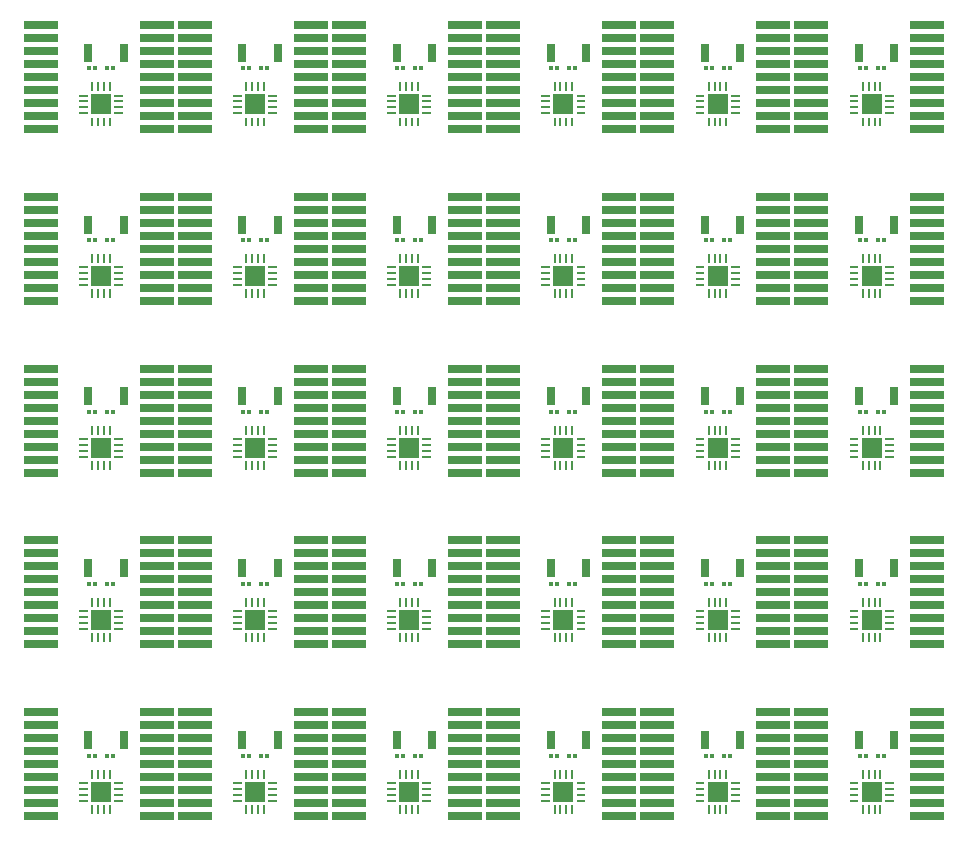
<source format=gtp>
G75*
%MOIN*%
%OFA0B0*%
%FSLAX25Y25*%
%IPPOS*%
%LPD*%
%AMOC8*
5,1,8,0,0,1.08239X$1,22.5*
%
%ADD10R,0.11811X0.03150*%
%ADD11R,0.01181X0.01575*%
%ADD12C,0.00984*%
%ADD13R,0.02756X0.02756*%
%ADD14R,0.00984X0.02559*%
%ADD15R,0.02559X0.00984*%
%ADD16R,0.06693X0.06693*%
%ADD17R,0.03150X0.05906*%
D10*
X0044799Y0044799D03*
X0044799Y0049130D03*
X0044799Y0053461D03*
X0044799Y0057791D03*
X0044799Y0062122D03*
X0044799Y0066453D03*
X0044799Y0070783D03*
X0044799Y0075114D03*
X0044799Y0079445D03*
X0044799Y0102075D03*
X0044799Y0106406D03*
X0044799Y0110736D03*
X0044799Y0115067D03*
X0044799Y0119398D03*
X0044799Y0123728D03*
X0044799Y0128059D03*
X0044799Y0132390D03*
X0044799Y0136720D03*
X0044799Y0159350D03*
X0044799Y0163681D03*
X0044799Y0168012D03*
X0044799Y0172343D03*
X0044799Y0176673D03*
X0044799Y0181004D03*
X0044799Y0185335D03*
X0044799Y0189665D03*
X0044799Y0193996D03*
X0044799Y0216626D03*
X0044799Y0220957D03*
X0044799Y0225287D03*
X0044799Y0229618D03*
X0044799Y0233949D03*
X0044799Y0238280D03*
X0044799Y0242610D03*
X0044799Y0246941D03*
X0044799Y0251272D03*
X0044799Y0273902D03*
X0044799Y0278232D03*
X0044799Y0282563D03*
X0044799Y0286894D03*
X0044799Y0291224D03*
X0044799Y0295555D03*
X0044799Y0299886D03*
X0044799Y0304217D03*
X0044799Y0308547D03*
X0083382Y0308547D03*
X0083382Y0304217D03*
X0083382Y0299886D03*
X0083382Y0295555D03*
X0083382Y0291224D03*
X0083382Y0286894D03*
X0083382Y0282563D03*
X0083382Y0278232D03*
X0083382Y0273902D03*
X0096169Y0273902D03*
X0096169Y0278232D03*
X0096169Y0282563D03*
X0096169Y0286894D03*
X0096169Y0291224D03*
X0096169Y0295555D03*
X0096169Y0299886D03*
X0096169Y0304217D03*
X0096169Y0308547D03*
X0134752Y0308547D03*
X0134752Y0304217D03*
X0134752Y0299886D03*
X0134752Y0295555D03*
X0134752Y0291224D03*
X0134752Y0286894D03*
X0134752Y0282563D03*
X0134752Y0278232D03*
X0134752Y0273902D03*
X0147539Y0273902D03*
X0147539Y0278232D03*
X0147539Y0282563D03*
X0147539Y0286894D03*
X0147539Y0291224D03*
X0147539Y0295555D03*
X0147539Y0299886D03*
X0147539Y0304217D03*
X0147539Y0308547D03*
X0186122Y0308547D03*
X0186122Y0304217D03*
X0186122Y0299886D03*
X0186122Y0295555D03*
X0186122Y0291224D03*
X0186122Y0286894D03*
X0186122Y0282563D03*
X0186122Y0278232D03*
X0186122Y0273902D03*
X0198909Y0273902D03*
X0198909Y0278232D03*
X0198909Y0282563D03*
X0198909Y0286894D03*
X0198909Y0291224D03*
X0198909Y0295555D03*
X0198909Y0299886D03*
X0198909Y0304217D03*
X0198909Y0308547D03*
X0237492Y0308547D03*
X0237492Y0304217D03*
X0237492Y0299886D03*
X0237492Y0295555D03*
X0237492Y0291224D03*
X0237492Y0286894D03*
X0237492Y0282563D03*
X0237492Y0278232D03*
X0237492Y0273902D03*
X0250280Y0273902D03*
X0250280Y0278232D03*
X0250280Y0282563D03*
X0250280Y0286894D03*
X0250280Y0291224D03*
X0250280Y0295555D03*
X0250280Y0299886D03*
X0250280Y0304217D03*
X0250280Y0308547D03*
X0288862Y0308547D03*
X0288862Y0304217D03*
X0288862Y0299886D03*
X0288862Y0295555D03*
X0288862Y0291224D03*
X0288862Y0286894D03*
X0288862Y0282563D03*
X0288862Y0278232D03*
X0288862Y0273902D03*
X0301650Y0273902D03*
X0301650Y0278232D03*
X0301650Y0282563D03*
X0301650Y0286894D03*
X0301650Y0291224D03*
X0301650Y0295555D03*
X0301650Y0299886D03*
X0301650Y0304217D03*
X0301650Y0308547D03*
X0340232Y0308547D03*
X0340232Y0304217D03*
X0340232Y0299886D03*
X0340232Y0295555D03*
X0340232Y0291224D03*
X0340232Y0286894D03*
X0340232Y0282563D03*
X0340232Y0278232D03*
X0340232Y0273902D03*
X0340232Y0251272D03*
X0340232Y0246941D03*
X0340232Y0242610D03*
X0340232Y0238280D03*
X0340232Y0233949D03*
X0340232Y0229618D03*
X0340232Y0225287D03*
X0340232Y0220957D03*
X0340232Y0216626D03*
X0340232Y0193996D03*
X0340232Y0189665D03*
X0340232Y0185335D03*
X0340232Y0181004D03*
X0340232Y0176673D03*
X0340232Y0172343D03*
X0340232Y0168012D03*
X0340232Y0163681D03*
X0340232Y0159350D03*
X0340232Y0136720D03*
X0340232Y0132390D03*
X0340232Y0128059D03*
X0340232Y0123728D03*
X0340232Y0119398D03*
X0340232Y0115067D03*
X0340232Y0110736D03*
X0340232Y0106406D03*
X0340232Y0102075D03*
X0340232Y0079445D03*
X0340232Y0075114D03*
X0340232Y0070783D03*
X0340232Y0066453D03*
X0340232Y0062122D03*
X0340232Y0057791D03*
X0340232Y0053461D03*
X0340232Y0049130D03*
X0340232Y0044799D03*
X0301650Y0044799D03*
X0301650Y0049130D03*
X0301650Y0053461D03*
X0301650Y0057791D03*
X0301650Y0062122D03*
X0301650Y0066453D03*
X0301650Y0070783D03*
X0301650Y0075114D03*
X0301650Y0079445D03*
X0288862Y0079445D03*
X0288862Y0075114D03*
X0288862Y0070783D03*
X0288862Y0066453D03*
X0288862Y0062122D03*
X0288862Y0057791D03*
X0288862Y0053461D03*
X0288862Y0049130D03*
X0288862Y0044799D03*
X0250280Y0044799D03*
X0250280Y0049130D03*
X0250280Y0053461D03*
X0250280Y0057791D03*
X0250280Y0062122D03*
X0250280Y0066453D03*
X0250280Y0070783D03*
X0250280Y0075114D03*
X0250280Y0079445D03*
X0237492Y0079445D03*
X0237492Y0075114D03*
X0237492Y0070783D03*
X0237492Y0066453D03*
X0237492Y0062122D03*
X0237492Y0057791D03*
X0237492Y0053461D03*
X0237492Y0049130D03*
X0237492Y0044799D03*
X0198909Y0044799D03*
X0198909Y0049130D03*
X0198909Y0053461D03*
X0198909Y0057791D03*
X0198909Y0062122D03*
X0198909Y0066453D03*
X0198909Y0070783D03*
X0198909Y0075114D03*
X0198909Y0079445D03*
X0186122Y0079445D03*
X0186122Y0075114D03*
X0186122Y0070783D03*
X0186122Y0066453D03*
X0186122Y0062122D03*
X0186122Y0057791D03*
X0186122Y0053461D03*
X0186122Y0049130D03*
X0186122Y0044799D03*
X0147539Y0044799D03*
X0147539Y0049130D03*
X0147539Y0053461D03*
X0147539Y0057791D03*
X0147539Y0062122D03*
X0147539Y0066453D03*
X0147539Y0070783D03*
X0147539Y0075114D03*
X0147539Y0079445D03*
X0134752Y0079445D03*
X0134752Y0075114D03*
X0134752Y0070783D03*
X0134752Y0066453D03*
X0134752Y0062122D03*
X0134752Y0057791D03*
X0134752Y0053461D03*
X0134752Y0049130D03*
X0134752Y0044799D03*
X0096169Y0044799D03*
X0096169Y0049130D03*
X0096169Y0053461D03*
X0096169Y0057791D03*
X0096169Y0062122D03*
X0096169Y0066453D03*
X0096169Y0070783D03*
X0096169Y0075114D03*
X0096169Y0079445D03*
X0083382Y0079445D03*
X0083382Y0075114D03*
X0083382Y0070783D03*
X0083382Y0066453D03*
X0083382Y0062122D03*
X0083382Y0057791D03*
X0083382Y0053461D03*
X0083382Y0049130D03*
X0083382Y0044799D03*
X0083382Y0102075D03*
X0083382Y0106406D03*
X0083382Y0110736D03*
X0083382Y0115067D03*
X0083382Y0119398D03*
X0083382Y0123728D03*
X0083382Y0128059D03*
X0083382Y0132390D03*
X0083382Y0136720D03*
X0096169Y0136720D03*
X0096169Y0132390D03*
X0096169Y0128059D03*
X0096169Y0123728D03*
X0096169Y0119398D03*
X0096169Y0115067D03*
X0096169Y0110736D03*
X0096169Y0106406D03*
X0096169Y0102075D03*
X0134752Y0102075D03*
X0134752Y0106406D03*
X0134752Y0110736D03*
X0134752Y0115067D03*
X0134752Y0119398D03*
X0134752Y0123728D03*
X0134752Y0128059D03*
X0134752Y0132390D03*
X0134752Y0136720D03*
X0147539Y0136720D03*
X0147539Y0132390D03*
X0147539Y0128059D03*
X0147539Y0123728D03*
X0147539Y0119398D03*
X0147539Y0115067D03*
X0147539Y0110736D03*
X0147539Y0106406D03*
X0147539Y0102075D03*
X0186122Y0102075D03*
X0186122Y0106406D03*
X0186122Y0110736D03*
X0186122Y0115067D03*
X0186122Y0119398D03*
X0186122Y0123728D03*
X0186122Y0128059D03*
X0186122Y0132390D03*
X0186122Y0136720D03*
X0198909Y0136720D03*
X0198909Y0132390D03*
X0198909Y0128059D03*
X0198909Y0123728D03*
X0198909Y0119398D03*
X0198909Y0115067D03*
X0198909Y0110736D03*
X0198909Y0106406D03*
X0198909Y0102075D03*
X0237492Y0102075D03*
X0237492Y0106406D03*
X0237492Y0110736D03*
X0237492Y0115067D03*
X0237492Y0119398D03*
X0237492Y0123728D03*
X0237492Y0128059D03*
X0237492Y0132390D03*
X0237492Y0136720D03*
X0250280Y0136720D03*
X0250280Y0132390D03*
X0250280Y0128059D03*
X0250280Y0123728D03*
X0250280Y0119398D03*
X0250280Y0115067D03*
X0250280Y0110736D03*
X0250280Y0106406D03*
X0250280Y0102075D03*
X0288862Y0102075D03*
X0288862Y0106406D03*
X0288862Y0110736D03*
X0288862Y0115067D03*
X0288862Y0119398D03*
X0288862Y0123728D03*
X0288862Y0128059D03*
X0288862Y0132390D03*
X0288862Y0136720D03*
X0301650Y0136720D03*
X0301650Y0132390D03*
X0301650Y0128059D03*
X0301650Y0123728D03*
X0301650Y0119398D03*
X0301650Y0115067D03*
X0301650Y0110736D03*
X0301650Y0106406D03*
X0301650Y0102075D03*
X0301650Y0159350D03*
X0301650Y0163681D03*
X0301650Y0168012D03*
X0301650Y0172343D03*
X0301650Y0176673D03*
X0301650Y0181004D03*
X0301650Y0185335D03*
X0301650Y0189665D03*
X0301650Y0193996D03*
X0288862Y0193996D03*
X0288862Y0189665D03*
X0288862Y0185335D03*
X0288862Y0181004D03*
X0288862Y0176673D03*
X0288862Y0172343D03*
X0288862Y0168012D03*
X0288862Y0163681D03*
X0288862Y0159350D03*
X0250280Y0159350D03*
X0250280Y0163681D03*
X0250280Y0168012D03*
X0250280Y0172343D03*
X0250280Y0176673D03*
X0250280Y0181004D03*
X0250280Y0185335D03*
X0250280Y0189665D03*
X0250280Y0193996D03*
X0237492Y0193996D03*
X0237492Y0189665D03*
X0237492Y0185335D03*
X0237492Y0181004D03*
X0237492Y0176673D03*
X0237492Y0172343D03*
X0237492Y0168012D03*
X0237492Y0163681D03*
X0237492Y0159350D03*
X0198909Y0159350D03*
X0198909Y0163681D03*
X0198909Y0168012D03*
X0198909Y0172343D03*
X0198909Y0176673D03*
X0198909Y0181004D03*
X0198909Y0185335D03*
X0198909Y0189665D03*
X0198909Y0193996D03*
X0186122Y0193996D03*
X0186122Y0189665D03*
X0186122Y0185335D03*
X0186122Y0181004D03*
X0186122Y0176673D03*
X0186122Y0172343D03*
X0186122Y0168012D03*
X0186122Y0163681D03*
X0186122Y0159350D03*
X0147539Y0159350D03*
X0147539Y0163681D03*
X0147539Y0168012D03*
X0147539Y0172343D03*
X0147539Y0176673D03*
X0147539Y0181004D03*
X0147539Y0185335D03*
X0147539Y0189665D03*
X0147539Y0193996D03*
X0134752Y0193996D03*
X0134752Y0189665D03*
X0134752Y0185335D03*
X0134752Y0181004D03*
X0134752Y0176673D03*
X0134752Y0172343D03*
X0134752Y0168012D03*
X0134752Y0163681D03*
X0134752Y0159350D03*
X0096169Y0159350D03*
X0096169Y0163681D03*
X0096169Y0168012D03*
X0096169Y0172343D03*
X0096169Y0176673D03*
X0096169Y0181004D03*
X0096169Y0185335D03*
X0096169Y0189665D03*
X0096169Y0193996D03*
X0083382Y0193996D03*
X0083382Y0189665D03*
X0083382Y0185335D03*
X0083382Y0181004D03*
X0083382Y0176673D03*
X0083382Y0172343D03*
X0083382Y0168012D03*
X0083382Y0163681D03*
X0083382Y0159350D03*
X0083382Y0216626D03*
X0083382Y0220957D03*
X0083382Y0225287D03*
X0083382Y0229618D03*
X0083382Y0233949D03*
X0083382Y0238280D03*
X0083382Y0242610D03*
X0083382Y0246941D03*
X0083382Y0251272D03*
X0096169Y0251272D03*
X0096169Y0246941D03*
X0096169Y0242610D03*
X0096169Y0238280D03*
X0096169Y0233949D03*
X0096169Y0229618D03*
X0096169Y0225287D03*
X0096169Y0220957D03*
X0096169Y0216626D03*
X0134752Y0216626D03*
X0134752Y0220957D03*
X0134752Y0225287D03*
X0134752Y0229618D03*
X0134752Y0233949D03*
X0134752Y0238280D03*
X0134752Y0242610D03*
X0134752Y0246941D03*
X0134752Y0251272D03*
X0147539Y0251272D03*
X0147539Y0246941D03*
X0147539Y0242610D03*
X0147539Y0238280D03*
X0147539Y0233949D03*
X0147539Y0229618D03*
X0147539Y0225287D03*
X0147539Y0220957D03*
X0147539Y0216626D03*
X0186122Y0216626D03*
X0186122Y0220957D03*
X0186122Y0225287D03*
X0186122Y0229618D03*
X0186122Y0233949D03*
X0186122Y0238280D03*
X0186122Y0242610D03*
X0186122Y0246941D03*
X0186122Y0251272D03*
X0198909Y0251272D03*
X0198909Y0246941D03*
X0198909Y0242610D03*
X0198909Y0238280D03*
X0198909Y0233949D03*
X0198909Y0229618D03*
X0198909Y0225287D03*
X0198909Y0220957D03*
X0198909Y0216626D03*
X0237492Y0216626D03*
X0237492Y0220957D03*
X0237492Y0225287D03*
X0237492Y0229618D03*
X0237492Y0233949D03*
X0237492Y0238280D03*
X0237492Y0242610D03*
X0237492Y0246941D03*
X0237492Y0251272D03*
X0250280Y0251272D03*
X0250280Y0246941D03*
X0250280Y0242610D03*
X0250280Y0238280D03*
X0250280Y0233949D03*
X0250280Y0229618D03*
X0250280Y0225287D03*
X0250280Y0220957D03*
X0250280Y0216626D03*
X0288862Y0216626D03*
X0288862Y0220957D03*
X0288862Y0225287D03*
X0288862Y0229618D03*
X0288862Y0233949D03*
X0288862Y0238280D03*
X0288862Y0242610D03*
X0288862Y0246941D03*
X0288862Y0251272D03*
X0301650Y0251272D03*
X0301650Y0246941D03*
X0301650Y0242610D03*
X0301650Y0238280D03*
X0301650Y0233949D03*
X0301650Y0229618D03*
X0301650Y0225287D03*
X0301650Y0220957D03*
X0301650Y0216626D03*
D11*
X0317756Y0236795D03*
X0319756Y0236795D03*
X0323756Y0236795D03*
X0325756Y0236795D03*
X0274386Y0236795D03*
X0272386Y0236795D03*
X0268386Y0236795D03*
X0266386Y0236795D03*
X0223016Y0236795D03*
X0221016Y0236795D03*
X0217016Y0236795D03*
X0215016Y0236795D03*
X0171646Y0236795D03*
X0169646Y0236795D03*
X0165646Y0236795D03*
X0163646Y0236795D03*
X0120276Y0236795D03*
X0118276Y0236795D03*
X0114276Y0236795D03*
X0112276Y0236795D03*
X0068905Y0236795D03*
X0066905Y0236795D03*
X0062905Y0236795D03*
X0060905Y0236795D03*
X0060905Y0179520D03*
X0062905Y0179520D03*
X0066905Y0179520D03*
X0068905Y0179520D03*
X0112276Y0179520D03*
X0114276Y0179520D03*
X0118276Y0179520D03*
X0120276Y0179520D03*
X0163646Y0179520D03*
X0165646Y0179520D03*
X0169646Y0179520D03*
X0171646Y0179520D03*
X0215016Y0179520D03*
X0217016Y0179520D03*
X0221016Y0179520D03*
X0223016Y0179520D03*
X0266386Y0179520D03*
X0268386Y0179520D03*
X0272386Y0179520D03*
X0274386Y0179520D03*
X0317756Y0179520D03*
X0319756Y0179520D03*
X0323756Y0179520D03*
X0325756Y0179520D03*
X0325756Y0122244D03*
X0323756Y0122244D03*
X0319756Y0122244D03*
X0317756Y0122244D03*
X0274386Y0122244D03*
X0272386Y0122244D03*
X0268386Y0122244D03*
X0266386Y0122244D03*
X0223016Y0122244D03*
X0221016Y0122244D03*
X0217016Y0122244D03*
X0215016Y0122244D03*
X0171646Y0122244D03*
X0169646Y0122244D03*
X0165646Y0122244D03*
X0163646Y0122244D03*
X0120276Y0122244D03*
X0118276Y0122244D03*
X0114276Y0122244D03*
X0112276Y0122244D03*
X0068905Y0122244D03*
X0066905Y0122244D03*
X0062905Y0122244D03*
X0060905Y0122244D03*
X0060905Y0064969D03*
X0062905Y0064969D03*
X0066905Y0064969D03*
X0068905Y0064969D03*
X0112276Y0064969D03*
X0114276Y0064969D03*
X0118276Y0064969D03*
X0120276Y0064969D03*
X0163646Y0064969D03*
X0165646Y0064969D03*
X0169646Y0064969D03*
X0171646Y0064969D03*
X0215016Y0064969D03*
X0217016Y0064969D03*
X0221016Y0064969D03*
X0223016Y0064969D03*
X0266386Y0064969D03*
X0268386Y0064969D03*
X0272386Y0064969D03*
X0274386Y0064969D03*
X0317756Y0064969D03*
X0319756Y0064969D03*
X0323756Y0064969D03*
X0325756Y0064969D03*
X0325756Y0294071D03*
X0323756Y0294071D03*
X0319756Y0294071D03*
X0317756Y0294071D03*
X0274386Y0294071D03*
X0272386Y0294071D03*
X0268386Y0294071D03*
X0266386Y0294071D03*
X0223016Y0294071D03*
X0221016Y0294071D03*
X0217016Y0294071D03*
X0215016Y0294071D03*
X0171646Y0294071D03*
X0169646Y0294071D03*
X0165646Y0294071D03*
X0163646Y0294071D03*
X0120276Y0294071D03*
X0118276Y0294071D03*
X0114276Y0294071D03*
X0112276Y0294071D03*
X0068905Y0294071D03*
X0066905Y0294071D03*
X0062905Y0294071D03*
X0060905Y0294071D03*
D12*
X0061953Y0286795D03*
X0063921Y0286795D03*
X0065890Y0286795D03*
X0067858Y0286795D03*
X0069630Y0285024D03*
X0069630Y0283055D03*
X0069630Y0281087D03*
X0069630Y0279118D03*
X0067858Y0277346D03*
X0065890Y0277346D03*
X0063921Y0277346D03*
X0061953Y0277346D03*
X0060181Y0279118D03*
X0060181Y0281087D03*
X0060181Y0283055D03*
X0060181Y0285024D03*
X0111551Y0285024D03*
X0111551Y0283055D03*
X0111551Y0281087D03*
X0111551Y0279118D03*
X0113323Y0277346D03*
X0115291Y0277346D03*
X0117260Y0277346D03*
X0119228Y0277346D03*
X0121000Y0279118D03*
X0121000Y0281087D03*
X0121000Y0283055D03*
X0121000Y0285024D03*
X0119228Y0286795D03*
X0117260Y0286795D03*
X0115291Y0286795D03*
X0113323Y0286795D03*
X0162921Y0285024D03*
X0162921Y0283055D03*
X0162921Y0281087D03*
X0162921Y0279118D03*
X0164693Y0277346D03*
X0166661Y0277346D03*
X0168630Y0277346D03*
X0170598Y0277346D03*
X0172370Y0279118D03*
X0172370Y0281087D03*
X0172370Y0283055D03*
X0172370Y0285024D03*
X0170598Y0286795D03*
X0168630Y0286795D03*
X0166661Y0286795D03*
X0164693Y0286795D03*
X0214291Y0285024D03*
X0214291Y0283055D03*
X0214291Y0281087D03*
X0214291Y0279118D03*
X0216063Y0277346D03*
X0218031Y0277346D03*
X0220000Y0277346D03*
X0221968Y0277346D03*
X0223740Y0279118D03*
X0223740Y0281087D03*
X0223740Y0283055D03*
X0223740Y0285024D03*
X0221968Y0286795D03*
X0220000Y0286795D03*
X0218031Y0286795D03*
X0216063Y0286795D03*
X0265661Y0285024D03*
X0265661Y0283055D03*
X0265661Y0281087D03*
X0265661Y0279118D03*
X0267433Y0277346D03*
X0269402Y0277346D03*
X0271370Y0277346D03*
X0273339Y0277346D03*
X0275110Y0279118D03*
X0275110Y0281087D03*
X0275110Y0283055D03*
X0275110Y0285024D03*
X0273339Y0286795D03*
X0271370Y0286795D03*
X0269402Y0286795D03*
X0267433Y0286795D03*
X0317031Y0285024D03*
X0317031Y0283055D03*
X0317031Y0281087D03*
X0317031Y0279118D03*
X0318803Y0277346D03*
X0320772Y0277346D03*
X0322740Y0277346D03*
X0324709Y0277346D03*
X0326480Y0279118D03*
X0326480Y0281087D03*
X0326480Y0283055D03*
X0326480Y0285024D03*
X0324709Y0286795D03*
X0322740Y0286795D03*
X0320772Y0286795D03*
X0318803Y0286795D03*
X0318803Y0229520D03*
X0320772Y0229520D03*
X0322740Y0229520D03*
X0324709Y0229520D03*
X0326480Y0227748D03*
X0326480Y0225780D03*
X0326480Y0223811D03*
X0326480Y0221843D03*
X0324709Y0220071D03*
X0322740Y0220071D03*
X0320772Y0220071D03*
X0318803Y0220071D03*
X0317031Y0221843D03*
X0317031Y0223811D03*
X0317031Y0225780D03*
X0317031Y0227748D03*
X0275110Y0227748D03*
X0275110Y0225780D03*
X0275110Y0223811D03*
X0275110Y0221843D03*
X0273339Y0220071D03*
X0271370Y0220071D03*
X0269402Y0220071D03*
X0267433Y0220071D03*
X0265661Y0221843D03*
X0265661Y0223811D03*
X0265661Y0225780D03*
X0265661Y0227748D03*
X0267433Y0229520D03*
X0269402Y0229520D03*
X0271370Y0229520D03*
X0273339Y0229520D03*
X0223740Y0227748D03*
X0223740Y0225780D03*
X0223740Y0223811D03*
X0223740Y0221843D03*
X0221968Y0220071D03*
X0220000Y0220071D03*
X0218031Y0220071D03*
X0216063Y0220071D03*
X0214291Y0221843D03*
X0214291Y0223811D03*
X0214291Y0225780D03*
X0214291Y0227748D03*
X0216063Y0229520D03*
X0218031Y0229520D03*
X0220000Y0229520D03*
X0221968Y0229520D03*
X0172370Y0227748D03*
X0172370Y0225780D03*
X0172370Y0223811D03*
X0172370Y0221843D03*
X0170598Y0220071D03*
X0168630Y0220071D03*
X0166661Y0220071D03*
X0164693Y0220071D03*
X0162921Y0221843D03*
X0162921Y0223811D03*
X0162921Y0225780D03*
X0162921Y0227748D03*
X0164693Y0229520D03*
X0166661Y0229520D03*
X0168630Y0229520D03*
X0170598Y0229520D03*
X0121000Y0227748D03*
X0121000Y0225780D03*
X0121000Y0223811D03*
X0121000Y0221843D03*
X0119228Y0220071D03*
X0117260Y0220071D03*
X0115291Y0220071D03*
X0113323Y0220071D03*
X0111551Y0221843D03*
X0111551Y0223811D03*
X0111551Y0225780D03*
X0111551Y0227748D03*
X0113323Y0229520D03*
X0115291Y0229520D03*
X0117260Y0229520D03*
X0119228Y0229520D03*
X0069630Y0227748D03*
X0069630Y0225780D03*
X0069630Y0223811D03*
X0069630Y0221843D03*
X0067858Y0220071D03*
X0065890Y0220071D03*
X0063921Y0220071D03*
X0061953Y0220071D03*
X0060181Y0221843D03*
X0060181Y0223811D03*
X0060181Y0225780D03*
X0060181Y0227748D03*
X0061953Y0229520D03*
X0063921Y0229520D03*
X0065890Y0229520D03*
X0067858Y0229520D03*
X0067858Y0172244D03*
X0065890Y0172244D03*
X0063921Y0172244D03*
X0061953Y0172244D03*
X0060181Y0170472D03*
X0060181Y0168504D03*
X0060181Y0166535D03*
X0060181Y0164567D03*
X0061953Y0162795D03*
X0063921Y0162795D03*
X0065890Y0162795D03*
X0067858Y0162795D03*
X0069630Y0164567D03*
X0069630Y0166535D03*
X0069630Y0168504D03*
X0069630Y0170472D03*
X0111551Y0170472D03*
X0111551Y0168504D03*
X0111551Y0166535D03*
X0111551Y0164567D03*
X0113323Y0162795D03*
X0115291Y0162795D03*
X0117260Y0162795D03*
X0119228Y0162795D03*
X0121000Y0164567D03*
X0121000Y0166535D03*
X0121000Y0168504D03*
X0121000Y0170472D03*
X0119228Y0172244D03*
X0117260Y0172244D03*
X0115291Y0172244D03*
X0113323Y0172244D03*
X0162921Y0170472D03*
X0162921Y0168504D03*
X0162921Y0166535D03*
X0162921Y0164567D03*
X0164693Y0162795D03*
X0166661Y0162795D03*
X0168630Y0162795D03*
X0170598Y0162795D03*
X0172370Y0164567D03*
X0172370Y0166535D03*
X0172370Y0168504D03*
X0172370Y0170472D03*
X0170598Y0172244D03*
X0168630Y0172244D03*
X0166661Y0172244D03*
X0164693Y0172244D03*
X0214291Y0170472D03*
X0214291Y0168504D03*
X0214291Y0166535D03*
X0214291Y0164567D03*
X0216063Y0162795D03*
X0218031Y0162795D03*
X0220000Y0162795D03*
X0221968Y0162795D03*
X0223740Y0164567D03*
X0223740Y0166535D03*
X0223740Y0168504D03*
X0223740Y0170472D03*
X0221968Y0172244D03*
X0220000Y0172244D03*
X0218031Y0172244D03*
X0216063Y0172244D03*
X0265661Y0170472D03*
X0265661Y0168504D03*
X0265661Y0166535D03*
X0265661Y0164567D03*
X0267433Y0162795D03*
X0269402Y0162795D03*
X0271370Y0162795D03*
X0273339Y0162795D03*
X0275110Y0164567D03*
X0275110Y0166535D03*
X0275110Y0168504D03*
X0275110Y0170472D03*
X0273339Y0172244D03*
X0271370Y0172244D03*
X0269402Y0172244D03*
X0267433Y0172244D03*
X0317031Y0170472D03*
X0317031Y0168504D03*
X0317031Y0166535D03*
X0317031Y0164567D03*
X0318803Y0162795D03*
X0320772Y0162795D03*
X0322740Y0162795D03*
X0324709Y0162795D03*
X0326480Y0164567D03*
X0326480Y0166535D03*
X0326480Y0168504D03*
X0326480Y0170472D03*
X0324709Y0172244D03*
X0322740Y0172244D03*
X0320772Y0172244D03*
X0318803Y0172244D03*
X0318803Y0114969D03*
X0320772Y0114969D03*
X0322740Y0114969D03*
X0324709Y0114969D03*
X0326480Y0113197D03*
X0326480Y0111228D03*
X0326480Y0109260D03*
X0326480Y0107291D03*
X0324709Y0105520D03*
X0322740Y0105520D03*
X0320772Y0105520D03*
X0318803Y0105520D03*
X0317031Y0107291D03*
X0317031Y0109260D03*
X0317031Y0111228D03*
X0317031Y0113197D03*
X0275110Y0113197D03*
X0275110Y0111228D03*
X0275110Y0109260D03*
X0275110Y0107291D03*
X0273339Y0105520D03*
X0271370Y0105520D03*
X0269402Y0105520D03*
X0267433Y0105520D03*
X0265661Y0107291D03*
X0265661Y0109260D03*
X0265661Y0111228D03*
X0265661Y0113197D03*
X0267433Y0114969D03*
X0269402Y0114969D03*
X0271370Y0114969D03*
X0273339Y0114969D03*
X0223740Y0113197D03*
X0223740Y0111228D03*
X0223740Y0109260D03*
X0223740Y0107291D03*
X0221968Y0105520D03*
X0220000Y0105520D03*
X0218031Y0105520D03*
X0216063Y0105520D03*
X0214291Y0107291D03*
X0214291Y0109260D03*
X0214291Y0111228D03*
X0214291Y0113197D03*
X0216063Y0114969D03*
X0218031Y0114969D03*
X0220000Y0114969D03*
X0221968Y0114969D03*
X0172370Y0113197D03*
X0172370Y0111228D03*
X0172370Y0109260D03*
X0172370Y0107291D03*
X0170598Y0105520D03*
X0168630Y0105520D03*
X0166661Y0105520D03*
X0164693Y0105520D03*
X0162921Y0107291D03*
X0162921Y0109260D03*
X0162921Y0111228D03*
X0162921Y0113197D03*
X0164693Y0114969D03*
X0166661Y0114969D03*
X0168630Y0114969D03*
X0170598Y0114969D03*
X0121000Y0113197D03*
X0121000Y0111228D03*
X0121000Y0109260D03*
X0121000Y0107291D03*
X0119228Y0105520D03*
X0117260Y0105520D03*
X0115291Y0105520D03*
X0113323Y0105520D03*
X0111551Y0107291D03*
X0111551Y0109260D03*
X0111551Y0111228D03*
X0111551Y0113197D03*
X0113323Y0114969D03*
X0115291Y0114969D03*
X0117260Y0114969D03*
X0119228Y0114969D03*
X0069630Y0113197D03*
X0069630Y0111228D03*
X0069630Y0109260D03*
X0069630Y0107291D03*
X0067858Y0105520D03*
X0065890Y0105520D03*
X0063921Y0105520D03*
X0061953Y0105520D03*
X0060181Y0107291D03*
X0060181Y0109260D03*
X0060181Y0111228D03*
X0060181Y0113197D03*
X0061953Y0114969D03*
X0063921Y0114969D03*
X0065890Y0114969D03*
X0067858Y0114969D03*
X0067858Y0057693D03*
X0065890Y0057693D03*
X0063921Y0057693D03*
X0061953Y0057693D03*
X0060181Y0055921D03*
X0060181Y0053953D03*
X0060181Y0051984D03*
X0060181Y0050016D03*
X0061953Y0048244D03*
X0063921Y0048244D03*
X0065890Y0048244D03*
X0067858Y0048244D03*
X0069630Y0050016D03*
X0069630Y0051984D03*
X0069630Y0053953D03*
X0069630Y0055921D03*
X0111551Y0055921D03*
X0111551Y0053953D03*
X0111551Y0051984D03*
X0111551Y0050016D03*
X0113323Y0048244D03*
X0115291Y0048244D03*
X0117260Y0048244D03*
X0119228Y0048244D03*
X0121000Y0050016D03*
X0121000Y0051984D03*
X0121000Y0053953D03*
X0121000Y0055921D03*
X0119228Y0057693D03*
X0117260Y0057693D03*
X0115291Y0057693D03*
X0113323Y0057693D03*
X0162921Y0055921D03*
X0162921Y0053953D03*
X0162921Y0051984D03*
X0162921Y0050016D03*
X0164693Y0048244D03*
X0166661Y0048244D03*
X0168630Y0048244D03*
X0170598Y0048244D03*
X0172370Y0050016D03*
X0172370Y0051984D03*
X0172370Y0053953D03*
X0172370Y0055921D03*
X0170598Y0057693D03*
X0168630Y0057693D03*
X0166661Y0057693D03*
X0164693Y0057693D03*
X0214291Y0055921D03*
X0214291Y0053953D03*
X0214291Y0051984D03*
X0214291Y0050016D03*
X0216063Y0048244D03*
X0218031Y0048244D03*
X0220000Y0048244D03*
X0221968Y0048244D03*
X0223740Y0050016D03*
X0223740Y0051984D03*
X0223740Y0053953D03*
X0223740Y0055921D03*
X0221968Y0057693D03*
X0220000Y0057693D03*
X0218031Y0057693D03*
X0216063Y0057693D03*
X0265661Y0055921D03*
X0265661Y0053953D03*
X0265661Y0051984D03*
X0265661Y0050016D03*
X0267433Y0048244D03*
X0269402Y0048244D03*
X0271370Y0048244D03*
X0273339Y0048244D03*
X0275110Y0050016D03*
X0275110Y0051984D03*
X0275110Y0053953D03*
X0275110Y0055921D03*
X0273339Y0057693D03*
X0271370Y0057693D03*
X0269402Y0057693D03*
X0267433Y0057693D03*
X0317031Y0055921D03*
X0317031Y0053953D03*
X0317031Y0051984D03*
X0317031Y0050016D03*
X0318803Y0048244D03*
X0320772Y0048244D03*
X0322740Y0048244D03*
X0324709Y0048244D03*
X0326480Y0050016D03*
X0326480Y0051984D03*
X0326480Y0053953D03*
X0326480Y0055921D03*
X0324709Y0057693D03*
X0322740Y0057693D03*
X0320772Y0057693D03*
X0318803Y0057693D03*
D13*
X0319984Y0054740D03*
X0319984Y0051197D03*
X0323528Y0051197D03*
X0323528Y0054740D03*
X0272157Y0054740D03*
X0268614Y0054740D03*
X0268614Y0051197D03*
X0272157Y0051197D03*
X0220787Y0051197D03*
X0217244Y0051197D03*
X0217244Y0054740D03*
X0220787Y0054740D03*
X0169417Y0054740D03*
X0165874Y0054740D03*
X0165874Y0051197D03*
X0169417Y0051197D03*
X0118047Y0051197D03*
X0114504Y0051197D03*
X0114504Y0054740D03*
X0118047Y0054740D03*
X0066677Y0054740D03*
X0066677Y0051197D03*
X0063134Y0051197D03*
X0063134Y0054740D03*
X0063134Y0108472D03*
X0066677Y0108472D03*
X0066677Y0112016D03*
X0063134Y0112016D03*
X0114504Y0112016D03*
X0118047Y0112016D03*
X0118047Y0108472D03*
X0114504Y0108472D03*
X0165874Y0108472D03*
X0169417Y0108472D03*
X0169417Y0112016D03*
X0165874Y0112016D03*
X0217244Y0112016D03*
X0220787Y0112016D03*
X0220787Y0108472D03*
X0217244Y0108472D03*
X0268614Y0108472D03*
X0272157Y0108472D03*
X0272157Y0112016D03*
X0268614Y0112016D03*
X0319984Y0112016D03*
X0319984Y0108472D03*
X0323528Y0108472D03*
X0323528Y0112016D03*
X0323528Y0165748D03*
X0323528Y0169291D03*
X0319984Y0169291D03*
X0319984Y0165748D03*
X0272157Y0165748D03*
X0268614Y0165748D03*
X0268614Y0169291D03*
X0272157Y0169291D03*
X0220787Y0169291D03*
X0220787Y0165748D03*
X0217244Y0165748D03*
X0217244Y0169291D03*
X0169417Y0169291D03*
X0169417Y0165748D03*
X0165874Y0165748D03*
X0165874Y0169291D03*
X0118047Y0169291D03*
X0118047Y0165748D03*
X0114504Y0165748D03*
X0114504Y0169291D03*
X0066677Y0169291D03*
X0066677Y0165748D03*
X0063134Y0165748D03*
X0063134Y0169291D03*
X0063134Y0223024D03*
X0063134Y0226567D03*
X0066677Y0226567D03*
X0066677Y0223024D03*
X0114504Y0223024D03*
X0114504Y0226567D03*
X0118047Y0226567D03*
X0118047Y0223024D03*
X0165874Y0223024D03*
X0165874Y0226567D03*
X0169417Y0226567D03*
X0169417Y0223024D03*
X0217244Y0223024D03*
X0217244Y0226567D03*
X0220787Y0226567D03*
X0220787Y0223024D03*
X0268614Y0223024D03*
X0268614Y0226567D03*
X0272157Y0226567D03*
X0272157Y0223024D03*
X0319984Y0223024D03*
X0319984Y0226567D03*
X0323528Y0226567D03*
X0323528Y0223024D03*
X0323528Y0280299D03*
X0323528Y0283843D03*
X0319984Y0283843D03*
X0319984Y0280299D03*
X0272157Y0280299D03*
X0268614Y0280299D03*
X0268614Y0283843D03*
X0272157Y0283843D03*
X0220787Y0283843D03*
X0217244Y0283843D03*
X0217244Y0280299D03*
X0220787Y0280299D03*
X0169417Y0280299D03*
X0165874Y0280299D03*
X0165874Y0283843D03*
X0169417Y0283843D03*
X0118047Y0283843D03*
X0114504Y0283843D03*
X0114504Y0280299D03*
X0118047Y0280299D03*
X0066677Y0280299D03*
X0063134Y0280299D03*
X0063134Y0283843D03*
X0066677Y0283843D03*
D14*
X0065890Y0288075D03*
X0067858Y0288075D03*
X0063921Y0288075D03*
X0061953Y0288075D03*
X0061953Y0276067D03*
X0063921Y0276067D03*
X0065890Y0276067D03*
X0067858Y0276067D03*
X0113323Y0276067D03*
X0115291Y0276067D03*
X0117260Y0276067D03*
X0119228Y0276067D03*
X0119228Y0288075D03*
X0117260Y0288075D03*
X0115291Y0288075D03*
X0113323Y0288075D03*
X0164693Y0288075D03*
X0166661Y0288075D03*
X0168630Y0288075D03*
X0170598Y0288075D03*
X0170598Y0276067D03*
X0168630Y0276067D03*
X0166661Y0276067D03*
X0164693Y0276067D03*
X0164693Y0230799D03*
X0166661Y0230799D03*
X0168630Y0230799D03*
X0170598Y0230799D03*
X0170598Y0218791D03*
X0168630Y0218791D03*
X0166661Y0218791D03*
X0164693Y0218791D03*
X0164693Y0173524D03*
X0166661Y0173524D03*
X0168630Y0173524D03*
X0170598Y0173524D03*
X0170598Y0161516D03*
X0168630Y0161516D03*
X0166661Y0161516D03*
X0164693Y0161516D03*
X0164693Y0116248D03*
X0166661Y0116248D03*
X0168630Y0116248D03*
X0170598Y0116248D03*
X0170598Y0104240D03*
X0168630Y0104240D03*
X0166661Y0104240D03*
X0164693Y0104240D03*
X0164693Y0058972D03*
X0166661Y0058972D03*
X0168630Y0058972D03*
X0170598Y0058972D03*
X0170598Y0046965D03*
X0168630Y0046965D03*
X0166661Y0046965D03*
X0164693Y0046965D03*
X0119228Y0046965D03*
X0117260Y0046965D03*
X0115291Y0046965D03*
X0113323Y0046965D03*
X0113323Y0058972D03*
X0115291Y0058972D03*
X0117260Y0058972D03*
X0119228Y0058972D03*
X0119228Y0104240D03*
X0117260Y0104240D03*
X0115291Y0104240D03*
X0113323Y0104240D03*
X0113323Y0116248D03*
X0115291Y0116248D03*
X0117260Y0116248D03*
X0119228Y0116248D03*
X0119228Y0161516D03*
X0117260Y0161516D03*
X0115291Y0161516D03*
X0113323Y0161516D03*
X0113323Y0173524D03*
X0115291Y0173524D03*
X0117260Y0173524D03*
X0119228Y0173524D03*
X0119228Y0218791D03*
X0117260Y0218791D03*
X0115291Y0218791D03*
X0113323Y0218791D03*
X0113323Y0230799D03*
X0115291Y0230799D03*
X0117260Y0230799D03*
X0119228Y0230799D03*
X0067858Y0230799D03*
X0065890Y0230799D03*
X0063921Y0230799D03*
X0061953Y0230799D03*
X0061953Y0218791D03*
X0063921Y0218791D03*
X0065890Y0218791D03*
X0067858Y0218791D03*
X0067858Y0173524D03*
X0065890Y0173524D03*
X0063921Y0173524D03*
X0061953Y0173524D03*
X0061953Y0161516D03*
X0063921Y0161516D03*
X0065890Y0161516D03*
X0067858Y0161516D03*
X0067858Y0116248D03*
X0065890Y0116248D03*
X0063921Y0116248D03*
X0061953Y0116248D03*
X0061953Y0104240D03*
X0063921Y0104240D03*
X0065890Y0104240D03*
X0067858Y0104240D03*
X0067858Y0058972D03*
X0065890Y0058972D03*
X0063921Y0058972D03*
X0061953Y0058972D03*
X0061953Y0046965D03*
X0063921Y0046965D03*
X0065890Y0046965D03*
X0067858Y0046965D03*
X0216063Y0046965D03*
X0218031Y0046965D03*
X0220000Y0046965D03*
X0221968Y0046965D03*
X0221968Y0058972D03*
X0220000Y0058972D03*
X0218031Y0058972D03*
X0216063Y0058972D03*
X0216063Y0104240D03*
X0218031Y0104240D03*
X0220000Y0104240D03*
X0221968Y0104240D03*
X0221968Y0116248D03*
X0220000Y0116248D03*
X0218031Y0116248D03*
X0216063Y0116248D03*
X0216063Y0161516D03*
X0218031Y0161516D03*
X0220000Y0161516D03*
X0221968Y0161516D03*
X0221968Y0173524D03*
X0220000Y0173524D03*
X0218031Y0173524D03*
X0216063Y0173524D03*
X0216063Y0218791D03*
X0218031Y0218791D03*
X0220000Y0218791D03*
X0221968Y0218791D03*
X0221968Y0230799D03*
X0220000Y0230799D03*
X0218031Y0230799D03*
X0216063Y0230799D03*
X0216063Y0276067D03*
X0218031Y0276067D03*
X0220000Y0276067D03*
X0221968Y0276067D03*
X0221968Y0288075D03*
X0220000Y0288075D03*
X0218031Y0288075D03*
X0216063Y0288075D03*
X0267433Y0288075D03*
X0269402Y0288075D03*
X0271370Y0288075D03*
X0273339Y0288075D03*
X0273339Y0276067D03*
X0271370Y0276067D03*
X0269402Y0276067D03*
X0267433Y0276067D03*
X0267433Y0230799D03*
X0269402Y0230799D03*
X0271370Y0230799D03*
X0273339Y0230799D03*
X0273339Y0218791D03*
X0271370Y0218791D03*
X0269402Y0218791D03*
X0267433Y0218791D03*
X0267433Y0173524D03*
X0269402Y0173524D03*
X0271370Y0173524D03*
X0273339Y0173524D03*
X0273339Y0161516D03*
X0271370Y0161516D03*
X0269402Y0161516D03*
X0267433Y0161516D03*
X0267433Y0116248D03*
X0269402Y0116248D03*
X0271370Y0116248D03*
X0273339Y0116248D03*
X0273339Y0104240D03*
X0271370Y0104240D03*
X0269402Y0104240D03*
X0267433Y0104240D03*
X0267433Y0058972D03*
X0269402Y0058972D03*
X0271370Y0058972D03*
X0273339Y0058972D03*
X0273339Y0046965D03*
X0271370Y0046965D03*
X0269402Y0046965D03*
X0267433Y0046965D03*
X0318803Y0046965D03*
X0320772Y0046965D03*
X0322740Y0046965D03*
X0324709Y0046965D03*
X0324709Y0058972D03*
X0322740Y0058972D03*
X0320772Y0058972D03*
X0318803Y0058972D03*
X0318803Y0104240D03*
X0320772Y0104240D03*
X0322740Y0104240D03*
X0324709Y0104240D03*
X0324709Y0116248D03*
X0322740Y0116248D03*
X0320772Y0116248D03*
X0318803Y0116248D03*
X0318803Y0161516D03*
X0320772Y0161516D03*
X0322740Y0161516D03*
X0324709Y0161516D03*
X0324709Y0173524D03*
X0322740Y0173524D03*
X0320772Y0173524D03*
X0318803Y0173524D03*
X0318803Y0218791D03*
X0320772Y0218791D03*
X0322740Y0218791D03*
X0324709Y0218791D03*
X0324709Y0230799D03*
X0322740Y0230799D03*
X0320772Y0230799D03*
X0318803Y0230799D03*
X0318803Y0276067D03*
X0320772Y0276067D03*
X0322740Y0276067D03*
X0324709Y0276067D03*
X0324709Y0288075D03*
X0322740Y0288075D03*
X0320772Y0288075D03*
X0318803Y0288075D03*
D15*
X0315752Y0285024D03*
X0315752Y0283055D03*
X0315752Y0281087D03*
X0315752Y0279118D03*
X0327760Y0279118D03*
X0327760Y0281087D03*
X0327760Y0283055D03*
X0327760Y0285024D03*
X0276390Y0285024D03*
X0276390Y0283055D03*
X0276390Y0281087D03*
X0276390Y0279118D03*
X0264382Y0279118D03*
X0264382Y0281087D03*
X0264382Y0283055D03*
X0264382Y0285024D03*
X0225020Y0285024D03*
X0225020Y0283055D03*
X0225020Y0281087D03*
X0225020Y0279118D03*
X0213012Y0279118D03*
X0213012Y0281087D03*
X0213012Y0283055D03*
X0213012Y0285024D03*
X0173650Y0285024D03*
X0173650Y0283055D03*
X0173650Y0281087D03*
X0173650Y0279118D03*
X0161642Y0279118D03*
X0161642Y0281087D03*
X0161642Y0283055D03*
X0161642Y0285024D03*
X0122280Y0285024D03*
X0122280Y0283055D03*
X0122280Y0281087D03*
X0122280Y0279118D03*
X0110272Y0279118D03*
X0110272Y0281087D03*
X0110272Y0283055D03*
X0110272Y0285024D03*
X0070909Y0285024D03*
X0070909Y0283055D03*
X0070909Y0281087D03*
X0070909Y0279118D03*
X0058902Y0279118D03*
X0058902Y0281087D03*
X0058902Y0283055D03*
X0058902Y0285024D03*
X0058902Y0227748D03*
X0058902Y0225780D03*
X0058902Y0223811D03*
X0058902Y0221843D03*
X0070909Y0221843D03*
X0070909Y0223811D03*
X0070909Y0225780D03*
X0070909Y0227748D03*
X0110272Y0227748D03*
X0110272Y0225780D03*
X0110272Y0223811D03*
X0110272Y0221843D03*
X0122280Y0221843D03*
X0122280Y0223811D03*
X0122280Y0225780D03*
X0122280Y0227748D03*
X0161642Y0227748D03*
X0161642Y0225780D03*
X0161642Y0223811D03*
X0161642Y0221843D03*
X0173650Y0221843D03*
X0173650Y0223811D03*
X0173650Y0225780D03*
X0173650Y0227748D03*
X0213012Y0227748D03*
X0213012Y0225780D03*
X0213012Y0223811D03*
X0213012Y0221843D03*
X0225020Y0221843D03*
X0225020Y0223811D03*
X0225020Y0225780D03*
X0225020Y0227748D03*
X0264382Y0227748D03*
X0264382Y0225780D03*
X0264382Y0223811D03*
X0264382Y0221843D03*
X0276390Y0221843D03*
X0276390Y0223811D03*
X0276390Y0225780D03*
X0276390Y0227748D03*
X0315752Y0227748D03*
X0315752Y0225780D03*
X0315752Y0223811D03*
X0315752Y0221843D03*
X0327760Y0221843D03*
X0327760Y0223811D03*
X0327760Y0225780D03*
X0327760Y0227748D03*
X0327760Y0170472D03*
X0327760Y0168504D03*
X0327760Y0166535D03*
X0327760Y0164567D03*
X0315752Y0164567D03*
X0315752Y0166535D03*
X0315752Y0168504D03*
X0315752Y0170472D03*
X0276390Y0170472D03*
X0276390Y0168504D03*
X0276390Y0166535D03*
X0276390Y0164567D03*
X0264382Y0164567D03*
X0264382Y0166535D03*
X0264382Y0168504D03*
X0264382Y0170472D03*
X0225020Y0170472D03*
X0225020Y0168504D03*
X0225020Y0166535D03*
X0225020Y0164567D03*
X0213012Y0164567D03*
X0213012Y0166535D03*
X0213012Y0168504D03*
X0213012Y0170472D03*
X0173650Y0170472D03*
X0173650Y0168504D03*
X0173650Y0166535D03*
X0173650Y0164567D03*
X0161642Y0164567D03*
X0161642Y0166535D03*
X0161642Y0168504D03*
X0161642Y0170472D03*
X0122280Y0170472D03*
X0122280Y0168504D03*
X0122280Y0166535D03*
X0122280Y0164567D03*
X0110272Y0164567D03*
X0110272Y0166535D03*
X0110272Y0168504D03*
X0110272Y0170472D03*
X0070909Y0170472D03*
X0070909Y0168504D03*
X0070909Y0166535D03*
X0070909Y0164567D03*
X0058902Y0164567D03*
X0058902Y0166535D03*
X0058902Y0168504D03*
X0058902Y0170472D03*
X0058902Y0113197D03*
X0058902Y0111228D03*
X0058902Y0109260D03*
X0058902Y0107291D03*
X0070909Y0107291D03*
X0070909Y0109260D03*
X0070909Y0111228D03*
X0070909Y0113197D03*
X0110272Y0113197D03*
X0110272Y0111228D03*
X0110272Y0109260D03*
X0110272Y0107291D03*
X0122280Y0107291D03*
X0122280Y0109260D03*
X0122280Y0111228D03*
X0122280Y0113197D03*
X0161642Y0113197D03*
X0161642Y0111228D03*
X0161642Y0109260D03*
X0161642Y0107291D03*
X0173650Y0107291D03*
X0173650Y0109260D03*
X0173650Y0111228D03*
X0173650Y0113197D03*
X0213012Y0113197D03*
X0213012Y0111228D03*
X0213012Y0109260D03*
X0213012Y0107291D03*
X0225020Y0107291D03*
X0225020Y0109260D03*
X0225020Y0111228D03*
X0225020Y0113197D03*
X0264382Y0113197D03*
X0264382Y0111228D03*
X0264382Y0109260D03*
X0264382Y0107291D03*
X0276390Y0107291D03*
X0276390Y0109260D03*
X0276390Y0111228D03*
X0276390Y0113197D03*
X0315752Y0113197D03*
X0315752Y0111228D03*
X0315752Y0109260D03*
X0315752Y0107291D03*
X0327760Y0107291D03*
X0327760Y0109260D03*
X0327760Y0111228D03*
X0327760Y0113197D03*
X0327760Y0055921D03*
X0327760Y0053953D03*
X0327760Y0051984D03*
X0327760Y0050016D03*
X0315752Y0050016D03*
X0315752Y0051984D03*
X0315752Y0053953D03*
X0315752Y0055921D03*
X0276390Y0055921D03*
X0276390Y0053953D03*
X0276390Y0051984D03*
X0276390Y0050016D03*
X0264382Y0050016D03*
X0264382Y0051984D03*
X0264382Y0053953D03*
X0264382Y0055921D03*
X0225020Y0055921D03*
X0225020Y0053953D03*
X0225020Y0051984D03*
X0225020Y0050016D03*
X0213012Y0050016D03*
X0213012Y0051984D03*
X0213012Y0053953D03*
X0213012Y0055921D03*
X0173650Y0055921D03*
X0173650Y0053953D03*
X0173650Y0051984D03*
X0173650Y0050016D03*
X0161642Y0050016D03*
X0161642Y0051984D03*
X0161642Y0053953D03*
X0161642Y0055921D03*
X0122280Y0055921D03*
X0122280Y0053953D03*
X0122280Y0051984D03*
X0122280Y0050016D03*
X0110272Y0050016D03*
X0110272Y0051984D03*
X0110272Y0053953D03*
X0110272Y0055921D03*
X0070909Y0055921D03*
X0070909Y0053953D03*
X0070909Y0051984D03*
X0070909Y0050016D03*
X0058902Y0050016D03*
X0058902Y0051984D03*
X0058902Y0053953D03*
X0058902Y0055921D03*
D16*
X0064905Y0052969D03*
X0116276Y0052969D03*
X0167646Y0052969D03*
X0219016Y0052969D03*
X0270386Y0052969D03*
X0321756Y0052969D03*
X0321756Y0110244D03*
X0270386Y0110244D03*
X0219016Y0110244D03*
X0167646Y0110244D03*
X0116276Y0110244D03*
X0064905Y0110244D03*
X0064905Y0167520D03*
X0116276Y0167520D03*
X0167646Y0167520D03*
X0219016Y0167520D03*
X0270386Y0167520D03*
X0321756Y0167520D03*
X0321756Y0224795D03*
X0270386Y0224795D03*
X0219016Y0224795D03*
X0167646Y0224795D03*
X0116276Y0224795D03*
X0064905Y0224795D03*
X0064905Y0282071D03*
X0116276Y0282071D03*
X0167646Y0282071D03*
X0219016Y0282071D03*
X0270386Y0282071D03*
X0321756Y0282071D03*
D17*
X0317516Y0299303D03*
X0329327Y0299303D03*
X0277957Y0299303D03*
X0266146Y0299303D03*
X0226587Y0299303D03*
X0214776Y0299303D03*
X0175217Y0299303D03*
X0163406Y0299303D03*
X0123846Y0299303D03*
X0112035Y0299303D03*
X0072476Y0299303D03*
X0060665Y0299303D03*
X0060665Y0242028D03*
X0072476Y0242028D03*
X0112035Y0242028D03*
X0123846Y0242028D03*
X0163406Y0242028D03*
X0175217Y0242028D03*
X0214776Y0242028D03*
X0226587Y0242028D03*
X0266146Y0242028D03*
X0277957Y0242028D03*
X0317516Y0242028D03*
X0329327Y0242028D03*
X0329327Y0184752D03*
X0317516Y0184752D03*
X0277957Y0184752D03*
X0266146Y0184752D03*
X0226587Y0184752D03*
X0214776Y0184752D03*
X0175217Y0184752D03*
X0163406Y0184752D03*
X0123846Y0184752D03*
X0112035Y0184752D03*
X0072476Y0184752D03*
X0060665Y0184752D03*
X0060665Y0127476D03*
X0072476Y0127476D03*
X0112035Y0127476D03*
X0123846Y0127476D03*
X0163406Y0127476D03*
X0175217Y0127476D03*
X0214776Y0127476D03*
X0226587Y0127476D03*
X0266146Y0127476D03*
X0277957Y0127476D03*
X0317516Y0127476D03*
X0329327Y0127476D03*
X0329327Y0070201D03*
X0317516Y0070201D03*
X0277957Y0070201D03*
X0266146Y0070201D03*
X0226587Y0070201D03*
X0214776Y0070201D03*
X0175217Y0070201D03*
X0163406Y0070201D03*
X0123846Y0070201D03*
X0112035Y0070201D03*
X0072476Y0070201D03*
X0060665Y0070201D03*
M02*

</source>
